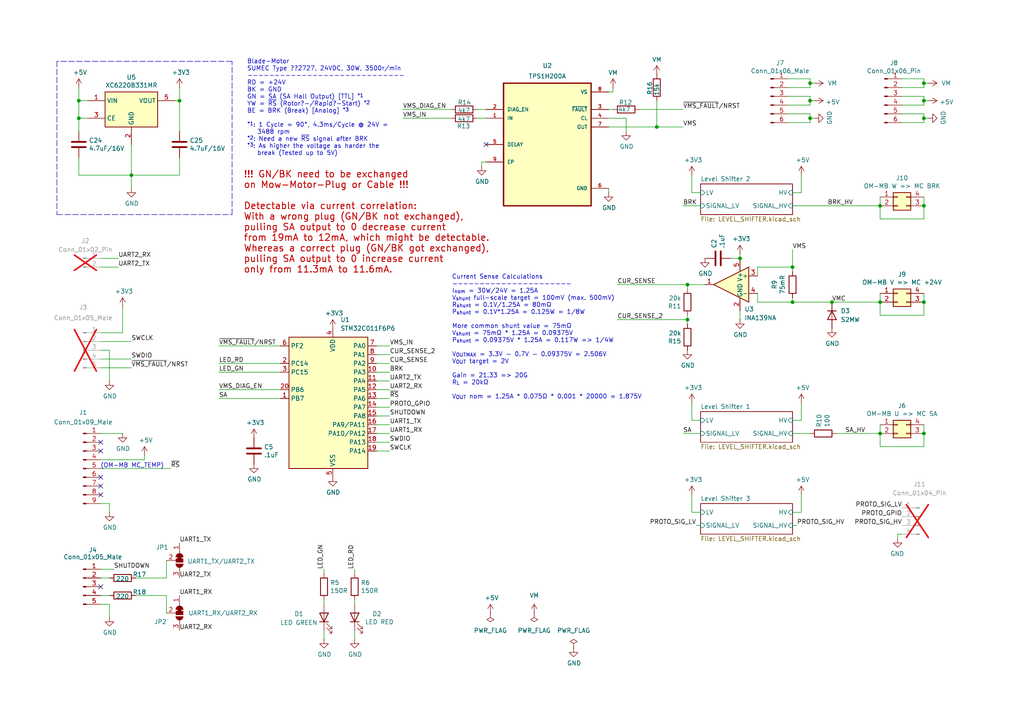
<source format=kicad_sch>
(kicad_sch (version 20231120) (generator "eeschema") (generator_version "8.0")
  (paper "A4")
  (title_block (title "xESC YardForce Rev.4 Adapter") (date "2024-06-01") (rev "1.0") (company "Clemens Elflein, openmower.de") (comment 1 "Creative Commons Attribution-NonCommercial-ShareAlike 4.0 International License.") (comment 2 "Licensed under "))
  (lib_symbols
    (symbol "Amplifier_Current:INA139" (pin_names (offset 0.127))
      (property "Reference" "U" (at 3.81 5.08 0))
      (property "Value" "INA139" (at 3.81 2.54 0))
      (symbol "INA139_1_1"
        (pin output line (at 7.62 0 180) (length 2.54) (name "~") (number "1"))
        (pin power_in line (at -2.54 -7.62 90) (length 3.81) (name "GND") (number "2"))
        (pin input line (at -7.62 2.54 0) (length 2.54) (name "+") (number "3"))
        (pin input line (at -7.62 -2.54 0) (length 2.54) (name "-") (number "4"))
        (pin power_in line (at -2.54 7.62 270) (length 3.81) (name "V+") (number "5"))
      )
    )
    (symbol "Connector:Conn_01x02_Pin" (pin_names (offset 1.016) hide)
      (property "Reference" "J" (at 0 2.54 0))
      (property "Value" "Conn_01x02_Pin" (at 0 -5.08 0))
      (symbol "Conn_01x02_Pin_1_1"
        (pin passive line (at 5.08 0 180) (length 3.81) (name "Pin_1") (number "1"))
        (pin passive line (at 5.08 -2.54 180) (length 3.81) (name "Pin_2") (number "2"))
      )
    )
    (symbol "Connector:Conn_01x04_Pin" (pin_names (offset 1.016) hide)
      (property "Reference" "J" (at 0 5.08 0))
      (property "Value" "Conn_01x04_Pin" (at 0 -7.62 0))
      (symbol "Conn_01x04_Pin_1_1"
        (pin passive line (at 5.08 2.54 180) (length 3.81) (name "Pin_1") (number "1"))
        (pin passive line (at 5.08 0 180) (length 3.81) (name "Pin_2") (number "2"))
        (pin passive line (at 5.08 -2.54 180) (length 3.81) (name "Pin_3") (number "3"))
        (pin passive line (at 5.08 -5.08 180) (length 3.81) (name "Pin_4") (number "4"))
      )
    )
    (symbol "Connector:Conn_01x05_Pin" (pin_names (offset 1.016) hide)
      (property "Reference" "J" (at 0 7.62 0))
      (property "Value" "Conn_01x05_Pin" (at 0 -7.62 0))
      (symbol "Conn_01x05_Pin_1_1"
        (pin passive line (at 5.08 5.08 180) (length 3.81) (name "Pin_1") (number "1"))
        (pin passive line (at 5.08 2.54 180) (length 3.81) (name "Pin_2") (number "2"))
        (pin passive line (at 5.08 0 180) (length 3.81) (name "Pin_3") (number "3"))
        (pin passive line (at 5.08 -2.54 180) (length 3.81) (name "Pin_4") (number "4"))
        (pin passive line (at 5.08 -5.08 180) (length 3.81) (name "Pin_5") (number "5"))
      )
    )
    (symbol "Connector:Conn_01x06_Pin" (pin_names (offset 1.016) hide)
      (property "Reference" "J" (at 0 7.62 0))
      (property "Value" "Conn_01x06_Pin" (at 0 -10.16 0))
      (symbol "Conn_01x06_Pin_1_1"
        (pin passive line (at 5.08 5.08 180) (length 3.81) (name "Pin_1") (number "1"))
        (pin passive line (at 5.08 2.54 180) (length 3.81) (name "Pin_2") (number "2"))
        (pin passive line (at 5.08 0 180) (length 3.81) (name "Pin_3") (number "3"))
        (pin passive line (at 5.08 -2.54 180) (length 3.81) (name "Pin_4") (number "4"))
        (pin passive line (at 5.08 -5.08 180) (length 3.81) (name "Pin_5") (number "5"))
        (pin passive line (at 5.08 -7.62 180) (length 3.81) (name "Pin_6") (number "6"))
      )
    )
    (symbol "Connector:Conn_01x09_Pin" (pin_names (offset 1.016) hide)
      (property "Reference" "J" (at 0 12.7 0))
      (property "Value" "Conn_01x09_Pin" (at 0 -12.7 0))
      (symbol "Conn_01x09_Pin_1_1"
        (pin passive line (at 5.08 10.16 180) (length 3.81) (name "Pin_1") (number "1"))
        (pin passive line (at 5.08 7.62 180) (length 3.81) (name "Pin_2") (number "2"))
        (pin passive line (at 5.08 5.08 180) (length 3.81) (name "Pin_3") (number "3"))
        (pin passive line (at 5.08 2.54 180) (length 3.81) (name "Pin_4") (number "4"))
        (pin passive line (at 5.08 0 180) (length 3.81) (name "Pin_5") (number "5"))
        (pin passive line (at 5.08 -2.54 180) (length 3.81) (name "Pin_6") (number "6"))
        (pin passive line (at 5.08 -5.08 180) (length 3.81) (name "Pin_7") (number "7"))
        (pin passive line (at 5.08 -7.62 180) (length 3.81) (name "Pin_8") (number "8"))
        (pin passive line (at 5.08 -10.16 180) (length 3.81) (name "Pin_9") (number "9"))
      )
    )
    (symbol "Connector_Generic:Conn_02x02_Counter_Clockwise" (pin_names (offset 1.016) hide)
      (property "Reference" "J" (at 1.27 2.54 0))
      (property "Value" "Conn_02x02_Counter_Clockwise" (at 1.27 -5.08 0))
      (symbol "Conn_02x02_Counter_Clockwise_1_1"
        (pin passive line (at -5.08 0 0) (length 3.81) (name "Pin_1") (number "1"))
        (pin passive line (at -5.08 -2.54 0) (length 3.81) (name "Pin_2") (number "2"))
        (pin passive line (at 7.62 -2.54 180) (length 3.81) (name "Pin_3") (number "3"))
        (pin passive line (at 7.62 0 180) (length 3.81) (name "Pin_4") (number "4"))
      )
    )
    (symbol "Device:C" (pin_numbers hide) (pin_names (offset 0.254))
      (property "Reference" "C" (at 0.635 2.54 0))
      (property "Value" "C" (at 0.635 -2.54 0))
      (symbol "C_1_1"
        (pin passive line (at 0 3.81 270) (length 2.794) (name "~") (number "1"))
        (pin passive line (at 0 -3.81 90) (length 2.794) (name "~") (number "2"))
      )
    )
    (symbol "Device:D" (pin_numbers hide) (pin_names (offset 1.016) hide)
      (property "Reference" "D" (at 0 2.54 0))
      (property "Value" "D" (at 0 -2.54 0))
      (symbol "D_1_1"
        (pin passive line (at -3.81 0 0) (length 2.54) (name "K") (number "1"))
        (pin passive line (at 3.81 0 180) (length 2.54) (name "A") (number "2"))
      )
    )
    (symbol "Device:LED" (pin_numbers hide) (pin_names (offset 1.016) hide)
      (property "Reference" "D" (at 0 2.54 0))
      (property "Value" "LED" (at 0 -2.54 0))
      (symbol "LED_1_1"
        (pin passive line (at -3.81 0 0) (length 2.54) (name "K") (number "1"))
        (pin passive line (at 3.81 0 180) (length 2.54) (name "A") (number "2"))
      )
    )
    (symbol "Device:R" (pin_numbers hide) (pin_names (offset 0))
      (property "Reference" "R" (at 2.032 0 90))
      (property "Value" "R" (at 0 0 90))
      (symbol "R_1_1"
        (pin passive line (at 0 3.81 270) (length 1.27) (name "~") (number "1"))
        (pin passive line (at 0 -3.81 90) (length 1.27) (name "~") (number "2"))
      )
    )
    (symbol "Jumper:SolderJumper_3_Bridged12" (pin_names (offset 0) hide) (exclude_from_sim yes) (in_bom no)
      (property "Reference" "JP" (at -2.54 -2.54 0))
      (property "Value" "SolderJumper_3_Bridged12" (at 0 2.794 0))
      (symbol "SolderJumper_3_Bridged12_1_1"
        (pin passive line (at -5.08 0 0) (length 2.54) (name "A") (number "1"))
        (pin passive line (at 0 -3.81 90) (length 2.54) (name "C") (number "2"))
        (pin passive line (at 5.08 0 180) (length 2.54) (name "B") (number "3"))
      )
    )
    (symbol "MCU_ST_STM32C0:STM32C011F6Px"
      (property "Reference" "U" (at -10.16 21.59 0))
      (property "Value" "STM32C011F6Px" (at 5.08 21.59 0))
      (symbol "STM32C011F6Px_1_1"
        (pin bidirectional line (at -12.7 2.54 0) (length 2.54) (name "PB7") (number "1"))
        (pin bidirectional line (at 15.24 10.16 180) (length 2.54) (name "PA3") (number "10"))
        (pin bidirectional line (at 15.24 7.62 180) (length 2.54) (name "PA4") (number "11"))
        (pin bidirectional line (at 15.24 5.08 180) (length 2.54) (name "PA5") (number "12"))
        (pin bidirectional line (at 15.24 2.54 180) (length 2.54) (name "PA6") (number "13"))
        (pin bidirectional line (at 15.24 0 180) (length 2.54) (name "PA7") (number "14"))
        (pin bidirectional line (at 15.24 -2.54 180) (length 2.54) (name "PA8") (number "15"))
        (pin bidirectional line (at 15.24 -5.08 180) (length 2.54) (name "PA9/PA11") (number "16"))
        (pin bidirectional line (at 15.24 -7.62 180) (length 2.54) (name "PA10/PA12") (number "17"))
        (pin bidirectional line (at 15.24 -10.16 180) (length 2.54) (name "PA13") (number "18"))
        (pin bidirectional line (at 15.24 -12.7 180) (length 2.54) (name "PA14") (number "19"))
        (pin bidirectional line (at -12.7 12.7 0) (length 2.54) (name "PC14") (number "2"))
        (pin bidirectional line (at -12.7 5.08 0) (length 2.54) (name "PB6") (number "20"))
        (pin bidirectional line (at -12.7 10.16 0) (length 2.54) (name "PC15") (number "3"))
        (pin power_in line (at 2.54 22.86 270) (length 2.54) (name "VDD") (number "4"))
        (pin power_in line (at 2.54 -20.32 90) (length 2.54) (name "VSS") (number "5"))
        (pin bidirectional line (at -12.7 17.78 0) (length 2.54) (name "PF2") (number "6"))
        (pin bidirectional line (at 15.24 17.78 180) (length 2.54) (name "PA0") (number "7"))
        (pin bidirectional line (at 15.24 15.24 180) (length 2.54) (name "PA1") (number "8"))
        (pin bidirectional line (at 15.24 12.7 180) (length 2.54) (name "PA2") (number "9"))
      )
    )
    (symbol "Regulator_Linear:XC6220B331MR"
      (property "Reference" "U" (at 0 8.89 0))
      (property "Value" "XC6220B331MR" (at 0 6.35 0))
      (symbol "XC6220B331MR_1_1"
        (pin power_in line (at -12.7 2.54 0) (length 5.08) (name "VIN") (number "1"))
        (pin power_in line (at 0 -10.16 90) (length 5.08) (name "GND") (number "2"))
        (pin input line (at -12.7 -2.54 0) (length 5.08) (name "CE") (number "3"))
        (pin no_connect line (at 7.62 -2.54 180) (length 5.08) hide (name "NC") (number "4"))
        (pin power_out line (at 12.7 2.54 180) (length 5.08) (name "VOUT") (number "5"))
      )
    )
    (symbol "TPS1H200AQDGNRQ1:TPS1H200AQDGNRQ1" (pin_names (offset 1.016))
      (property "Reference" "U2" (at 0 22.86 0))
      (property "Value" "TPS1H200A-Q1" (at 0 19.812 0))
      (symbol "TPS1H200AQDGNRQ1_0_0"
        (pin input line (at -17.78 7.62 0) (length 5.08) (name "IN") (number "1"))
        (pin input line (at -17.78 10.16 0) (length 5.08) (name "DIAG_EN") (number "2"))
        (pin output line (at 17.78 10.16 180) (length 5.08) (name "~{FAULT}") (number "3"))
        (pin bidirectional line (at -17.78 0 0) (length 5.08) (name "DELAY") (number "5"))
        (pin power_in line (at 17.78 -12.7 180) (length 5.08) (name "GND") (number "6"))
        (pin output line (at 17.78 5.08 180) (length 5.08) (name "OUT") (number "7"))
        (pin power_in line (at 17.78 15.24 180) (length 5.08) (name "VS") (number "8"))
      )
      (symbol "TPS1H200AQDGNRQ1_1_0"
        (pin power_in line (at 17.78 7.62 180) (length 5.08) (name "CL") (number "4"))
        (pin power_in line (at -17.78 -5.08 0) (length 5.08) (name "EP") (number "9"))
      )
    )
    (symbol "power:+3.3V" (power) (pin_numbers hide) (pin_names (offset 0) hide)
      (property "Value" "+3.3V" (at 0 3.556 0))
      (symbol "+3.3V_1_1"
        (pin power_in line (at 0 0 90) (length 0) (name "~") (number "1"))
      )
    )
    (symbol "power:+5V" (power) (pin_numbers hide) (pin_names (offset 0) hide)
      (property "Value" "+5V" (at 0 3.556 0))
      (symbol "+5V_1_1"
        (pin power_in line (at 0 0 90) (length 0) (name "~") (number "1"))
      )
    )
    (symbol "power:+BATT" (power) (pin_numbers hide) (pin_names (offset 0) hide)
      (property "Value" "+BATT" (at 0 3.556 0))
      (symbol "+BATT_1_1"
        (pin power_in line (at 0 0 90) (length 0) (name "~") (number "1"))
      )
    )
    (symbol "power:GND" (power) (pin_numbers hide) (pin_names (offset 0) hide)
      (property "Value" "GND" (at 0 -3.81 0))
      (symbol "GND_1_1"
        (pin power_in line (at 0 0 270) (length 0) (name "~") (number "1"))
      )
    )
    (symbol "power:PWR_FLAG" (power) (pin_numbers hide) (pin_names (offset 0) hide)
      (property "Value" "PWR_FLAG" (at 0 3.81 0))
      (symbol "PWR_FLAG_0_0"
        (pin power_out line (at 0 0 90) (length 0) (name "~") (number "1"))
      )
    )
  )
  (junction (at 234.95 34.29))
  (junction (at 267.97 29.21))
  (junction (at 229.87 77.47))
  (junction (at 267.97 24.13))
  (junction (at 255.27 87.63))
  (junction (at 229.87 87.63))
  (junction (at 267.97 87.63))
  (junction (at 267.97 59.69))
  (junction (at 234.95 29.21))
  (junction (at 190.5 36.83))
  (junction (at 199.39 82.55))
  (junction (at 234.95 24.13))
  (junction (at 22.86 34.29))
  (junction (at 199.39 92.71))
  (junction (at 255.27 59.69))
  (junction (at 267.97 34.29))
  (junction (at 52.07 29.21))
  (junction (at 241.3 87.63))
  (junction (at 255.27 125.73))
  (junction (at 38.1 50.8))
  (junction (at 267.97 125.73))
  (junction (at 22.86 29.21))
  (junction (at 214.63 74.93))
  (no_connect (at 140.97 41.91))
  (no_connect (at 29.21 138.43))
  (no_connect (at 29.21 140.97))
  (no_connect (at 29.21 130.81))
  (no_connect (at 29.21 128.27))
  (no_connect (at 29.21 170.18))
  (no_connect (at 29.21 143.51))
  (wire (pts (xy 35.56 125.73) (xy 29.21 125.73)))
  (wire (pts (xy 232.41 121.92) (xy 229.87 121.92)))
  (wire (pts (xy 35.56 96.52) (xy 35.56 88.9)))
  (wire (pts (xy 261.62 35.56) (xy 267.97 35.56)))
  (wire (pts (xy 232.41 116.84) (xy 232.41 121.92)))
  (wire (pts (xy 267.97 30.48) (xy 261.62 30.48)))
  (wire (pts (xy 198.12 59.69) (xy 203.2 59.69)))
  (wire (pts (xy 31.75 167.64) (xy 29.21 167.64)))
  (wire (pts (xy 177.8 31.75) (xy 176.53 31.75)))
  (wire (pts (xy 179.07 82.55) (xy 199.39 82.55)))
  (wire (pts (xy 198.12 36.83) (xy 190.5 36.83)))
  (wire (pts (xy 38.1 50.8) (xy 22.86 50.8)))
  (wire (pts (xy 29.21 99.06) (xy 38.1 99.06)))
  (wire (pts (xy 200.66 121.92) (xy 203.2 121.92)))
  (wire (pts (xy 267.97 27.94) (xy 267.97 29.21)))
  (wire (pts (xy 50.8 29.21) (xy 52.07 29.21)))
  (wire (pts (xy 261.62 27.94) (xy 267.97 27.94)))
  (wire (pts (xy 267.97 24.13) (xy 267.97 22.86)))
  (wire (pts (xy 255.27 125.73) (xy 255.27 129.54)))
  (wire (pts (xy 267.97 87.63) (xy 267.97 91.44)))
  (wire (pts (xy 234.95 29.21) (xy 236.22 29.21)))
  (wire (pts (xy 261.62 25.4) (xy 267.97 25.4)))
  (wire (pts (xy 63.5 107.95) (xy 81.28 107.95)))
  (wire (pts (xy 190.5 29.21) (xy 190.5 36.83)))
  (wire (pts (xy 199.39 91.44) (xy 199.39 92.71)))
  (wire (pts (xy 48.26 162.56) (xy 48.26 167.64)))
  (wire (pts (xy 219.71 77.47) (xy 229.87 77.47)))
  (wire (pts (xy 229.87 86.36) (xy 229.87 87.63)))
  (wire (pts (xy 267.97 35.56) (xy 267.97 34.29)))
  (wire (pts (xy 63.5 100.33) (xy 81.28 100.33)))
  (wire (pts (xy 113.03 125.73) (xy 109.22 125.73)))
  (wire (pts (xy 234.95 27.94) (xy 234.95 29.21)))
  (wire (pts (xy 267.97 29.21) (xy 269.24 29.21)))
  (wire (pts (xy 228.6 25.4) (xy 234.95 25.4)))
  (wire (pts (xy 22.86 29.21) (xy 25.4 29.21)))
  (wire (pts (xy 93.98 175.26) (xy 93.98 173.99)))
  (wire (pts (xy 199.39 92.71) (xy 199.39 93.98)))
  (wire (pts (xy 22.86 38.1) (xy 22.86 34.29)))
  (wire (pts (xy 31.75 146.05) (xy 31.75 148.59)))
  (wire (pts (xy 267.97 57.15) (xy 267.97 59.69)))
  (wire (pts (xy 229.87 87.63) (xy 241.3 87.63)))
  (wire (pts (xy 267.97 34.29) (xy 267.97 33.02)))
  (wire (pts (xy 93.98 166.37) (xy 93.98 165.1)))
  (wire (pts (xy 228.6 35.56) (xy 234.95 35.56)))
  (wire (pts (xy 234.95 22.86) (xy 228.6 22.86)))
  (wire (pts (xy 113.03 105.41) (xy 109.22 105.41)))
  (wire (pts (xy 234.95 24.13) (xy 236.22 24.13)))
  (wire (pts (xy 234.95 34.29) (xy 234.95 33.02)))
  (wire (pts (xy 38.1 54.61) (xy 38.1 50.8)))
  (wire (pts (xy 63.5 113.03) (xy 81.28 113.03)))
  (wire (pts (xy 176.53 26.67) (xy 177.8 26.67)))
  (wire (pts (xy 260.35 154.94) (xy 261.62 154.94)))
  (wire (pts (xy 29.21 104.14) (xy 38.1 104.14)))
  (wire (pts (xy 200.66 55.88) (xy 203.2 55.88)))
  (wire (pts (xy 190.5 36.83) (xy 176.53 36.83)))
  (wire (pts (xy 34.29 74.93) (xy 29.21 74.93)))
  (polyline (pts (xy 67.31 17.78) (xy 16.51 17.78)) (stroke (width 0) (type dash)))
  (wire (pts (xy 267.97 85.09) (xy 267.97 87.63)))
  (wire (pts (xy 198.12 31.75) (xy 185.42 31.75)))
  (wire (pts (xy 177.8 26.67) (xy 177.8 25.4)))
  (wire (pts (xy 29.21 146.05) (xy 31.75 146.05)))
  (wire (pts (xy 38.1 50.8) (xy 52.07 50.8)))
  (wire (pts (xy 255.27 91.44) (xy 267.97 91.44)))
  (wire (pts (xy 267.97 34.29) (xy 269.24 34.29)))
  (wire (pts (xy 267.97 123.19) (xy 267.97 125.73)))
  (wire (pts (xy 229.87 59.69) (xy 255.27 59.69)))
  (wire (pts (xy 255.27 129.54) (xy 267.97 129.54)))
  (wire (pts (xy 255.27 85.09) (xy 255.27 87.63)))
  (wire (pts (xy 113.03 118.11) (xy 109.22 118.11)))
  (wire (pts (xy 102.87 166.37) (xy 102.87 165.1)))
  (wire (pts (xy 31.75 172.72) (xy 29.21 172.72)))
  (wire (pts (xy 267.97 22.86) (xy 261.62 22.86)))
  (wire (pts (xy 200.66 50.8) (xy 200.66 55.88)))
  (wire (pts (xy 232.41 143.51) (xy 232.41 148.59)))
  (wire (pts (xy 31.75 101.6) (xy 31.75 110.49)))
  (wire (pts (xy 140.97 46.99) (xy 139.7 46.99)))
  (wire (pts (xy 267.97 29.21) (xy 267.97 30.48)))
  (wire (pts (xy 34.29 77.47) (xy 29.21 77.47)))
  (wire (pts (xy 138.43 31.75) (xy 140.97 31.75)))
  (wire (pts (xy 139.7 46.99) (xy 139.7 48.26)))
  (wire (pts (xy 63.5 105.41) (xy 81.28 105.41)))
  (wire (pts (xy 201.93 152.4) (xy 203.2 152.4)))
  (wire (pts (xy 22.86 50.8) (xy 22.86 45.72)))
  (wire (pts (xy 234.95 34.29) (xy 236.22 34.29)))
  (wire (pts (xy 179.07 92.71) (xy 199.39 92.71)))
  (wire (pts (xy 214.63 92.71) (xy 214.63 90.17)))
  (wire (pts (xy 267.97 59.69) (xy 267.97 63.5)))
  (wire (pts (xy 255.27 91.44) (xy 255.27 87.63)))
  (wire (pts (xy 93.98 182.88) (xy 93.98 185.42)))
  (wire (pts (xy 212.09 74.93) (xy 214.63 74.93)))
  (wire (pts (xy 200.66 116.84) (xy 200.66 121.92)))
  (wire (pts (xy 29.21 133.35) (xy 41.91 133.35)))
  (wire (pts (xy 113.03 123.19) (xy 109.22 123.19)))
  (wire (pts (xy 22.86 34.29) (xy 25.4 34.29)))
  (wire (pts (xy 229.87 125.73) (xy 234.95 125.73)))
  (wire (pts (xy 234.95 25.4) (xy 234.95 24.13)))
  (wire (pts (xy 176.53 34.29) (xy 181.61 34.29)))
  (polyline (pts (xy 67.31 62.23) (xy 67.31 17.78)) (stroke (width 0) (type dash)))
  (wire (pts (xy 113.03 128.27) (xy 109.22 128.27)))
  (wire (pts (xy 255.27 57.15) (xy 255.27 59.69)))
  (wire (pts (xy 229.87 152.4) (xy 231.14 152.4)))
  (wire (pts (xy 109.22 102.87) (xy 113.03 102.87)))
  (polyline (pts (xy 16.51 62.23) (xy 67.31 62.23)) (stroke (width 0) (type dash)))
  (wire (pts (xy 39.37 172.72) (xy 48.26 172.72)))
  (wire (pts (xy 22.86 25.4) (xy 22.86 29.21)))
  (wire (pts (xy 267.97 24.13) (xy 269.24 24.13)))
  (wire (pts (xy 228.6 27.94) (xy 234.95 27.94)))
  (wire (pts (xy 52.07 38.1) (xy 52.07 29.21)))
  (wire (pts (xy 199.39 83.82) (xy 199.39 82.55)))
  (wire (pts (xy 200.66 148.59) (xy 203.2 148.59)))
  (wire (pts (xy 138.43 34.29) (xy 140.97 34.29)))
  (wire (pts (xy 255.27 63.5) (xy 255.27 59.69)))
  (wire (pts (xy 232.41 55.88) (xy 229.87 55.88)))
  (wire (pts (xy 200.66 143.51) (xy 200.66 148.59)))
  (wire (pts (xy 38.1 41.91) (xy 38.1 50.8)))
  (wire (pts (xy 198.12 125.73) (xy 203.2 125.73)))
  (wire (pts (xy 260.35 156.21) (xy 260.35 154.94)))
  (wire (pts (xy 232.41 50.8) (xy 232.41 55.88)))
  (wire (pts (xy 219.71 80.01) (xy 219.71 77.47)))
  (wire (pts (xy 29.21 135.89) (xy 49.53 135.89)))
  (wire (pts (xy 31.75 175.26) (xy 31.75 179.07)))
  (wire (pts (xy 29.21 106.68) (xy 38.1 106.68)))
  (wire (pts (xy 33.02 165.1) (xy 29.21 165.1)))
  (wire (pts (xy 113.03 113.03) (xy 109.22 113.03)))
  (wire (pts (xy 102.87 182.88) (xy 102.87 185.42)))
  (wire (pts (xy 113.03 130.81) (xy 109.22 130.81)))
  (wire (pts (xy 267.97 33.02) (xy 261.62 33.02)))
  (wire (pts (xy 48.26 167.64) (xy 39.37 167.64)))
  (wire (pts (xy 199.39 82.55) (xy 204.47 82.55)))
  (wire (pts (xy 229.87 72.39) (xy 229.87 77.47)))
  (wire (pts (xy 29.21 101.6) (xy 31.75 101.6)))
  (wire (pts (xy 234.95 29.21) (xy 234.95 30.48)))
  (wire (pts (xy 113.03 100.33) (xy 109.22 100.33)))
  (wire (pts (xy 241.3 87.63) (xy 255.27 87.63)))
  (wire (pts (xy 232.41 148.59) (xy 229.87 148.59)))
  (wire (pts (xy 234.95 35.56) (xy 234.95 34.29)))
  (wire (pts (xy 219.71 87.63) (xy 229.87 87.63)))
  (wire (pts (xy 113.03 107.95) (xy 109.22 107.95)))
  (wire (pts (xy 267.97 125.73) (xy 267.97 129.54)))
  (wire (pts (xy 22.86 34.29) (xy 22.86 29.21)))
  (wire (pts (xy 116.84 34.29) (xy 130.81 34.29)))
  (wire (pts (xy 242.57 125.73) (xy 255.27 125.73)))
  (wire (pts (xy 255.27 123.19) (xy 255.27 125.73)))
  (wire (pts (xy 102.87 175.26) (xy 102.87 173.99)))
  (wire (pts (xy 29.21 96.52) (xy 35.56 96.52)))
  (wire (pts (xy 48.26 177.8) (xy 48.26 172.72)))
  (wire (pts (xy 181.61 34.29) (xy 181.61 38.1)))
  (wire (pts (xy 234.95 24.13) (xy 234.95 22.86)))
  (wire (pts (xy 116.84 31.75) (xy 130.81 31.75)))
  (wire (pts (xy 234.95 30.48) (xy 228.6 30.48)))
  (wire (pts (xy 176.53 55.88) (xy 176.53 54.61)))
  (wire (pts (xy 267.97 63.5) (xy 255.27 63.5)))
  (wire (pts (xy 234.95 33.02) (xy 228.6 33.02)))
  (wire (pts (xy 219.71 85.09) (xy 219.71 87.63)))
  (wire (pts (xy 214.63 73.66) (xy 214.63 74.93)))
  (wire (pts (xy 113.03 120.65) (xy 109.22 120.65)))
  (wire (pts (xy 29.21 175.26) (xy 31.75 175.26)))
  (wire (pts (xy 52.07 29.21) (xy 52.07 25.4)))
  (wire (pts (xy 113.03 110.49) (xy 109.22 110.49)))
  (wire (pts (xy 41.91 132.08) (xy 41.91 133.35)))
  (polyline (pts (xy 16.51 17.78) (xy 16.51 62.23)) (stroke (width 0) (type dash)))
  (wire (pts (xy 113.03 115.57) (xy 109.22 115.57)))
  (wire (pts (xy 63.5 115.57) (xy 81.28 115.57)))
  (wire (pts (xy 52.07 50.8) (xy 52.07 45.72)))
  (wire (pts (xy 267.97 25.4) (xy 267.97 24.13)))
  (wire (pts (xy 229.87 77.47) (xy 229.87 78.74)))
  (text "(OM-MB MC_TEMP)" (at 38.354 135.128 0) (effects (font (size 1.27 1.27))))
  (text "Blade-Motor\nSUMEC Type ??2727, 24VDC, 30W, 3500r/min\n-----------------------------\nRD = +24V\nBK = GND\nGN = SA (SA Hall Output) [TTL] ^{*1}\nYW = ~{RS} (Rotor?-/Rapid?-Start) ^{*2}\nBE = BRK (Break) [Analog] ^{*3}\n\n^{*1}: 1 Cycle = 90°, 4.3ms/Cycle @ 24V =\n   3488 rpm\n^{*2}: Need a new ~{RS} signal after BRK\n^{*3}: As higher the voltage as harder the\n   break (Tested up to 5V)" (at 71.628 31.242 0) (effects (font (size 1.27 1.27)) (justify left)))
  (text "!!! GN/BK need to be exchanged \non Mow-Motor-Plug or Cable !!!\n\nDetectable via current correlation:\nWith a wrong plug (GN/BK not exchanged),\npulling SA output to 0 decrease current\nfrom 19mA to 12mA, which might be detectable.\nWhereas a correct plug (GN/BK got exchanged),\npulling SA output to 0 increase current\nonly from 11.3mA to 11.6mA.\n\n" (at 70.612 66.04 0) (effects (font (size 1.905 1.905) (thickness 0.254) (bold yes)) (justify left)))
  (text "Current Sense Calculations\n----------------------\nI_{nom} = 30W/24V = 1.25A\nV_{shunt} full-scale target = 100mV (max. 500mV)\nR_{shunt} = 0.1V/1.25A = 80mΩ\nP_{shunt} = 0.1V*1.25A = 0.125W = 1/8W\n\nMore common shunt value = 75mΩ\nV_{shunt} = 75mΩ * 1.25A = 0.09375V\nP_{shunt} = 0.09375V * 1.25A = 0.117W => 1/4W\n\nV_{OUTMAX} = 3.3V - 0.7V - 0.09375V = 2.506V\nV_{OUT} target = 2V\n\nGain = 21.33 => 20G\nR_{L} = 20kΩ\n\nV_{OUT} nom = 1.25A * 0.075Ω * 0.001 * 20000 = 1.875V\n" (at 131.064 97.79 0) (effects (font (size 1.27 1.27)) (justify left)))
  (label "CUR_SENSE" (at 179.07 82.55 0))
  (label "CUR_SENSE_2" (at 179.07 92.71 0))
  (label "PROTO_SIG_LV" (at 201.93 152.4 180))
  (label "LED_GN" (at 63.5 107.95 0))
  (label "LED_RD" (at 102.87 165.1 90))
  (label "SA_HV" (at 245.11 125.73 0))
  (label "UART2_RX" (at 52.07 182.88 0))
  (label "UART2_TX" (at 34.29 77.47 0))
  (label "BRK" (at 198.12 59.69 0))
  (label "LED_GN" (at 93.98 165.1 90))
  (label "SWDIO" (at 113.03 128.27 0))
  (label "VMS" (at 229.87 72.39 0))
  (label "SWCLK" (at 113.03 130.81 0))
  (label "UART2_RX" (at 34.29 74.93 0))
  (label "UART2_TX" (at 113.03 110.49 0))
  (label "VMS_DIAG_EN" (at 116.84 31.75 0))
  (label "LED_RD" (at 63.5 105.41 0))
  (label "UART1_TX" (at 113.03 123.19 0))
  (label "SWDIO" (at 38.1 104.14 0))
  (label "UART1_RX" (at 52.07 172.72 0))
  (label "VMC" (at 241.3 87.63 0))
  (label "BRK_HV" (at 240.03 59.69 0))
  (label "~{VMS_FAULT}{slash}NRST" (at 63.5 100.33 0))
  (label "SA" (at 198.12 125.73 0))
  (label "SA" (at 63.5 115.57 0))
  (label "UART1_RX" (at 113.03 125.73 0))
  (label "VMS_IN" (at 113.03 100.33 0))
  (label "SHUTDOWN" (at 113.03 120.65 0))
  (label "UART1_TX" (at 52.07 157.48 0))
  (label "UART2_RX" (at 113.03 113.03 0))
  (label "PROTO_SIG_HV" (at 231.14 152.4 0))
  (label "~{RS}" (at 49.53 135.89 0))
  (label "VMS_IN" (at 116.84 34.29 0))
  (label "UART2_TX" (at 52.07 167.64 0))
  (label "PROTO_SIG_LV" (at 261.62 147.32 180))
  (label "SWCLK" (at 38.1 99.06 0))
  (label "~{VMS_FAULT}{slash}NRST" (at 198.12 31.75 0))
  (label "~{RS}" (at 113.03 115.57 0))
  (label "BRK" (at 113.03 107.95 0))
  (label "PROTO_SIG_HV" (at 261.62 152.4 180))
  (label "PROTO_GPIO" (at 113.03 118.11 0))
  (label "VMS" (at 198.12 36.83 0))
  (label "CUR_SENSE_2" (at 113.03 102.87 0))
  (label "VMS_DIAG_EN" (at 63.5 113.03 0))
  (label "CUR_SENSE" (at 113.03 105.41 0))
  (label "SHUTDOWN" (at 33.02 165.1 0))
  (label "PROTO_GPIO" (at 261.62 149.86 180))
  (label "~{VMS_FAULT}{slash}NRST" (at 38.1 106.68 0))
  (symbol (lib_id "power:+5V") (at 41.91 132.08 0) (unit 1)
    (property "Reference" "#PWR02" (effects (hide yes)))
    (property "Value" "+5V" (at 42.291 127.6858 0))
    (property "Description" "Power symbol creates a global label with name \"+5V\"" (effects (hide yes)))
  )
  (symbol (lib_id "power:GND") (at 31.75 148.59 0) (unit 1)
    (property "Reference" "#PWR03" (effects (hide yes)))
    (property "Value" "GND" (at 31.877 152.9842 0))
    (property "Description" "Power symbol creates a global label with name \"GND\" , ground" (effects (hide yes)))
  )
  (symbol (lib_id "Connector:Conn_01x05_Pin") (at 24.13 101.6 0) (unit 1) (in_bom no) (dnp yes)
    (property "Reference" "J3" (at 24.13 89.154 0))
    (property "Value" "Conn_01x05_Male" (at 24.13 92.202 0))
    (property "Footprint" "Connector_PinHeader_2.54mm:PinHeader_1x05_P2.54mm_Vertical" (effects (hide yes)))
    (property "Description" "Generic connector, single row, 01x05, script generated" (effects (hide yes)))
    (property "LCSC" "C2935911" (effects (hide yes)))
    (property "Part Number" "DZ254R-11-05-63" (effects (hide yes)))
    (property "Stock_PN" "J-TH-1x5-.1" (effects (hide yes)))
  )
  (symbol (lib_id "power:+3.3V") (at 35.56 88.9 0) (unit 1)
    (property "Reference" "#PWR07" (effects (hide yes)))
    (property "Value" "+3V3" (at 35.941 84.5058 0))
    (property "Description" "Power symbol creates a global label with name \"+3.3V\"" (effects (hide yes)))
  )
  (symbol (lib_id "power:GND") (at 31.75 110.49 0) (unit 1)
    (property "Reference" "#PWR08" (effects (hide yes)))
    (property "Value" "GND" (at 31.877 114.8842 0))
    (property "Description" "Power symbol creates a global label with name \"GND\" , ground" (effects (hide yes)))
  )
  (symbol (lib_id "Connector:Conn_01x05_Pin") (at 24.13 170.18 0) (unit 1)
    (property "Reference" "J4" (at 26.924 159.512 0))
    (property "Value" "Conn_01x05_Male" (at 26.924 161.544 0))
    (property "Footprint" "Connector_PinHeader_2.54mm:PinHeader_1x05_P2.54mm_Vertical" (effects (hide yes)))
    (property "Description" "Generic connector, single row, 01x05, script generated" (effects (hide yes)))
    (property "LCSC" "C2935911" (effects (hide yes)))
    (property "Part Number" "DZ254R-11-05-63" (effects (hide yes)))
    (property "Stock_PN" "J-TH-1x5-.1" (effects (hide yes)))
  )
  (symbol (lib_id "power:GND") (at 31.75 179.07 0) (unit 1)
    (property "Reference" "#PWR09" (effects (hide yes)))
    (property "Value" "GND" (at 31.877 183.4642 0))
    (property "Description" "Power symbol creates a global label with name \"GND\" , ground" (effects (hide yes)))
  )
  (symbol (lib_id "Device:R") (at 93.98 170.18 0) (unit 1)
    (property "Reference" "R5" (at 95.758 169.0116 0) (effects (justify left)))
    (property "Value" "150R" (at 95.758 171.323 0) (effects (justify left)))
    (property "Footprint" "Resistor_SMD:R_0603_1608Metric" (effects (hide yes)))
    (property "Description" "Resistor" (effects (hide yes)))
    (property "Digikey" "311-150HRCT-ND" (effects (hide yes)))
    (property "Part Number" "RC0603FR-07150RL" (effects (hide yes)))
    (property "Stock_PN" "R-603-150-.1W-1%" (effects (hide yes)))
  )
  (symbol (lib_id "Device:LED") (at 93.98 179.07 90) (unit 1)
    (property "Reference" "D1" (at 85.344 178.054 90) (effects (justify right)))
    (property "Value" "LED GREEN" (at 81.28 180.594 90) (effects (justify right)))
    (property "Footprint" "LED_SMD:LED_0603_1608Metric" (effects (hide yes)))
    (property "Description" "Light emitting diode" (effects (hide yes)))
    (property "Stock_PN" "LED-603-GREEN" (effects (hide yes)))
    (property "Digikey" "160-1446-1-ND" (effects (hide yes)))
    (property "Part Number" "LTST-C191KGKT" (effects (hide yes)))
    (property "JLCPCB" "KT-0603G" (effects (hide yes)))
  )
  (symbol (lib_id "Device:R") (at 102.87 170.18 0) (unit 1)
    (property "Reference" "R6" (at 104.648 169.0116 0) (effects (justify left)))
    (property "Value" "150R" (at 104.648 171.323 0) (effects (justify left)))
    (property "Footprint" "Resistor_SMD:R_0603_1608Metric" (effects (hide yes)))
    (property "Description" "Resistor" (effects (hide yes)))
    (property "Digikey" "311-150HRCT-ND" (effects (hide yes)))
    (property "Part Number" "RC0603FR-07150RL" (effects (hide yes)))
    (property "Stock_PN" "R-603-150-.1W-1%" (effects (hide yes)))
  )
  (symbol (lib_id "Device:LED") (at 102.87 179.07 90) (unit 1)
    (property "Reference" "D2" (at 107.95 178.054 90) (effects (justify right)))
    (property "Value" "LED RED" (at 105.8672 180.3908 90) (effects (justify right)))
    (property "Footprint" "LED_SMD:LED_0603_1608Metric" (effects (hide yes)))
    (property "Description" "Light emitting diode" (effects (hide yes)))
    (property "Stock_PN" "LED-603-RED" (effects (hide yes)))
    (property "Digikey" "160-1447-1-ND" (effects (hide yes)))
    (property "Part Number" "LTST-C191KRKT" (effects (hide yes)))
    (property "JLCPCB" "KT-0603R" (effects (hide yes)))
  )
  (symbol (lib_id "power:GND") (at 93.98 185.42 0) (unit 1)
    (property "Reference" "#PWR013" (effects (hide yes)))
    (property "Value" "GND" (at 94.107 189.8142 0))
    (property "Description" "Power symbol creates a global label with name \"GND\" , ground" (effects (hide yes)))
  )
  (symbol (lib_id "power:+BATT") (at 177.8 25.4 0) (unit 1)
    (property "Reference" "#PWR037" (effects (hide yes)))
    (property "Value" "VM" (at 177.8 21.082 0))
    (property "Description" "Power symbol creates a global label with name \"+BATT\"" (effects (hide yes)))
  )
  (symbol (lib_id "power:GND") (at 38.1 54.61 0) (unit 1)
    (property "Reference" "#PWR015" (effects (hide yes)))
    (property "Value" "GND" (at 38.227 59.0042 0))
    (property "Description" "Power symbol creates a global label with name \"GND\" , ground" (effects (hide yes)))
  )
  (symbol (lib_id "power:GND") (at 166.37 187.96 0) (unit 1)
    (property "Reference" "#PWR031" (effects (hide yes)))
    (property "Value" "GND" (at 166.497 192.3542 0))
    (property "Description" "Power symbol creates a global label with name \"GND\" , ground" (effects (hide yes)))
  )
  (symbol (lib_id "power:GND") (at 214.63 92.71 0) (unit 1)
    (property "Reference" "#PWR028" (effects (hide yes)))
    (property "Value" "GND" (at 214.757 97.1042 0))
    (property "Description" "Power symbol creates a global label with name \"GND\" , ground" (effects (hide yes)))
  )
  (symbol (lib_id "Connector:Conn_01x06_Pin") (at 256.54 27.94 0) (unit 1)
    (property "Reference" "J8" (at 259.2832 18.2626 0))
    (property "Value" "Conn_01x06_Pin" (at 259.2832 20.574 0))
    (property "Footprint" "Connector_PinHeader_2.54mm:PinHeader_1x06_P2.54mm_Vertical" (effects (hide yes)))
    (property "Description" "Generic connector, single row, 01x06, script generated" (effects (hide yes)))
    (property "LCSC" "C2935912" (effects (hide yes)))
    (property "Part Number" "DZ254R-11-06-63" (effects (hide yes)))
    (property "Stock_PN" "J-TH-1x6-.1" (effects (hide yes)))
  )
  (symbol (lib_id "power:+3.3V") (at 200.66 143.51 0) (unit 1)
    (property "Reference" "#PWR025" (effects (hide yes)))
    (property "Value" "+3V3" (at 201.041 139.1158 0))
    (property "Description" "Power symbol creates a global label with name \"+3.3V\"" (effects (hide yes)))
  )
  (symbol (lib_id "power:+3.3V") (at 73.66 127 0) (unit 1)
    (property "Reference" "#PWR05" (effects (hide yes)))
    (property "Value" "+3V3" (at 74.041 122.6058 0))
    (property "Description" "Power symbol creates a global label with name \"+3.3V\"" (effects (hide yes)))
  )
  (symbol (lib_id "Connector:Conn_01x09_Pin") (at 24.13 135.89 0) (unit 1)
    (property "Reference" "J1" (at 24.13 119.634 0))
    (property "Value" "Conn_01x09_Male" (at 24.13 122.428 0))
    (property "Footprint" "Connector_PinHeader_2.54mm:PinHeader_1x09_P2.54mm_Vertical" (effects (hide yes)))
    (property "Description" "Generic connector, single row, 01x09, script generated" (effects (hide yes)))
    (property "LCSC" "C2935915" (effects (hide yes)))
    (property "Part Number" "DZ254R-11-09-63" (effects (hide yes)))
    (property "Stock_PN" "J-TH-1x9-.1" (effects (hide yes)))
  )
  (symbol (lib_id "Device:R") (at 238.76 125.73 90) (unit 1)
    (property "Reference" "R10" (at 237.5916 123.952 0) (effects (justify left)))
    (property "Value" "100" (at 239.903 123.952 0) (effects (justify left)))
    (property "Footprint" "Resistor_SMD:R_0603_1608Metric" (effects (hide yes)))
    (property "Description" "Resistor" (effects (hide yes)))
  )
  (symbol (lib_id "Device:D") (at 241.3 91.44 270) (unit 1)
    (property "Reference" "D3" (at 243.84 90.1699 90) (effects (justify left)))
    (property "Value" "S2MW	" (at 243.84 92.7099 90) (effects (justify left)))
    (property "Footprint" "Diode_SMD:D_SOD-123F" (effects (hide yes)))
    (property "Description" "Free-Wheeling Diode, 2A" (effects (hide yes)))
    (property "Sim.Device" "D" (effects (hide yes)))
    (property "Sim.Pins" "1=K 2=A" (effects (hide yes)))
    (property "Part Number" "S2MW" (effects (hide yes)))
    (property "JLCPCB" "C2900725" (effects (hide yes)))
  )
  (symbol (lib_id "Connector_Generic:Conn_02x02_Counter_Clockwise") (at 260.35 57.15 0) (unit 1)
    (property "Reference" "J10" (at 261.62 51.6382 0))
    (property "Value" "OM-MB W => MC BRK" (at 261.62 53.9496 0))
    (property "Footprint" "Connector_PinHeader_2.54mm:PinHeader_2x02_P2.54mm_Vertical" (effects (hide yes)))
    (property "Description" "Generic connector, double row, 02x02, counter clockwise pin numbering scheme (similar to DIP package numbering), script generated (kicad-library-utils/schlib/autogen/connector/)" (effects (hide yes)))
    (property "LCSC" "C124362" (effects (hide yes)))
    (property "Part Number" "B-2100S04P-B110" (effects (hide yes)))
    (property "Stock_PN" "J-TH-2x2-.1" (effects (hide yes)))
  )
  (symbol (lib_id "Jumper:SolderJumper_3_Bridged12") (at 52.07 177.8 270) (unit 1) (exclude_from_sim yes) (in_bom no)
    (property "Reference" "JP2" (at 44.704 180.34 90) (effects (justify left)))
    (property "Value" "UART1_RX/UART2_RX" (at 54.61 177.8 90) (effects (justify left)))
    (property "Footprint" "Jumper:SolderJumper-3_P1.3mm_Bridged12_RoundedPad1.0x1.5mm_NumberLabels" (effects (hide yes)))
    (property "Description" "3-pole Solder Jumper, pins 1+2 closed/bridged" (effects (hide yes)))
  )
  (symbol (lib_id "Device:R") (at 181.61 31.75 90) (unit 1)
    (property "Reference" "R12" (at 183.388 29.718 90) (effects (justify left)))
    (property "Value" "4k7" (at 182.88 31.75 90) (effects (justify left)))
    (property "Footprint" "Resistor_SMD:R_0603_1608Metric" (effects (hide yes)))
    (property "Description" "Resistor" (effects (hide yes)))
    (property "Digikey" "311-150HRCT-ND" (effects (hide yes)))
    (property "Part Number" "RC0603FR-07150RL" (effects (hide yes)))
    (property "Stock_PN" "R-603-150-.1W-1%" (effects (hide yes)))
  )
  (symbol (lib_id "power:+BATT") (at 269.24 24.13 270) (unit 1)
    (property "Reference" "#PWR023" (effects (hide yes)))
    (property "Value" "VM" (at 273.05 24.1299 90) (effects (justify left)))
    (property "Description" "Power symbol creates a global label with name \"+BATT\"" (effects (hide yes)))
  )
  (symbol (lib_id "Device:R") (at 199.39 97.79 180) (unit 1)
    (property "Reference" "R15" (at 197.612 98.9584 0) (effects (justify left)))
    (property "Value" "20k" (at 197.612 96.647 0) (effects (justify left)))
    (property "Footprint" "Resistor_SMD:R_0402_1005Metric" (effects (hide yes)))
    (property "Description" "Resistor" (effects (hide yes)))
    (property "Part Number" "RK73G1ETTP2002D" (effects (hide yes)))
    (property "Stock_PN" "R-0402-20000-0.1W-0.5%" (effects (hide yes)))
    (property "JLCPCB" "C2579762" (effects (hide yes)))
  )
  (symbol (lib_id "power:+3.3V") (at 96.52 95.25 0) (unit 1)
    (property "Reference" "#PWR021" (effects (hide yes)))
    (property "Value" "+3V3" (at 96.901 90.8558 0))
    (property "Description" "Power symbol creates a global label with name \"+3.3V\"" (effects (hide yes)))
  )
  (symbol (lib_id "TPS1H200AQDGNRQ1:TPS1H200AQDGNRQ1") (at 158.75 41.91 0) (unit 1)
    (property "Reference" "U2" (at 158.75 19.05 0))
    (property "Value" "TPS1H200A" (at 158.75 22.098 0))
    (property "Footprint" "TPS1H200AQDGNRQ1.snapeda:SOP65P490X110-9N" (effects (hide yes)))
    (property "Description" "40-V, 200-mΩ, 1-ch automotive smart high-side switch with adjustable current limit" (effects (hide yes)))
    (property "Package" "HVSSOP-8 Texas Instruments" (effects (hide yes)))
    (property "JLCPCB" "C2653785" (effects (hide yes)))
  )
  (symbol (lib_id "Device:R") (at 35.56 172.72 90) (unit 1)
    (property "Reference" "R18" (at 42.418 171.704 90) (effects (justify left)))
    (property "Value" "220	" (at 38.608 172.974 90) (effects (justify left)))
    (property "Footprint" "Resistor_SMD:R_0603_1608Metric" (effects (hide yes)))
    (property "Description" "Resistor" (effects (hide yes)))
    (property "Stock_PN" "R-603-220-.1W-1%" (effects (hide yes)))
  )
  (symbol (lib_id "power:+3.3V") (at 52.07 25.4 0) (unit 1)
    (property "Reference" "#PWR016" (effects (hide yes)))
    (property "Value" "+3V3" (at 52.451 21.0058 0))
    (property "Description" "Power symbol creates a global label with name \"+3.3V\"" (effects (hide yes)))
  )
  (symbol (lib_id "Device:R") (at 199.39 87.63 180) (unit 1)
    (property "Reference" "R11" (at 197.612 88.7984 0) (effects (justify left)))
    (property "Value" "20k" (at 197.612 86.487 0) (effects (justify left)))
    (property "Footprint" "Resistor_SMD:R_0402_1005Metric" (effects (hide yes)))
    (property "Description" "Resistor" (effects (hide yes)))
    (property "Part Number" "RK73G1ETTP2002D" (effects (hide yes)))
    (property "Stock_PN" "R-0402-20000-0.1W-0.5%" (effects (hide yes)))
    (property "JLCPCB" "C2579762" (effects (hide yes)))
  )
  (symbol (lib_id "power:+5V") (at 22.86 25.4 0) (unit 1)
    (property "Reference" "#PWR014" (effects (hide yes)))
    (property "Value" "+5V" (at 23.241 21.0058 0))
    (property "Description" "Power symbol creates a global label with name \"+5V\"" (effects (hide yes)))
  )
  (symbol (lib_id "power:+BATT") (at 154.94 177.8 0) (unit 1)
    (property "Reference" "#PWR032" (effects (hide yes)))
    (property "Value" "VM" (at 154.94 172.72 0))
    (property "Description" "Power symbol creates a global label with name \"+BATT\"" (effects (hide yes)))
  )
  (symbol (lib_id "power:GND") (at 236.22 34.29 90) (unit 1)
    (property "Reference" "#PWR010" (effects (hide yes)))
    (property "Value" "GND" (at 240.6142 34.163 0))
    (property "Description" "Power symbol creates a global label with name \"GND\" , ground" (effects (hide yes)))
  )
  (symbol (lib_id "power:+5V") (at 232.41 143.51 0) (unit 1)
    (property "Reference" "#PWR026" (effects (hide yes)))
    (property "Value" "+5V" (at 232.791 139.1158 0))
    (property "Description" "Power symbol creates a global label with name \"+5V\"" (effects (hide yes)))
  )
  (symbol (lib_id "power:GND") (at 102.87 185.42 0) (unit 1)
    (property "Reference" "#PWR035" (effects (hide yes)))
    (property "Value" "GND" (at 102.997 189.8142 0))
    (property "Description" "Power symbol creates a global label with name \"GND\" , ground" (effects (hide yes)))
  )
  (symbol (lib_id "Device:R") (at 190.5 25.4 180) (unit 1)
    (property "Reference" "R16" (at 188.468 23.622 90) (effects (justify left)))
    (property "Value" "15k" (at 190.5 24.13 90) (effects (justify left)))
    (property "Footprint" "Resistor_SMD:R_0603_1608Metric" (effects (hide yes)))
    (property "Description" "Resistor" (effects (hide yes)))
    (property "Stock_PN" "R-603-15000-.1W-1%" (effects (hide yes)))
  )
  (symbol (lib_id "power:+5V") (at 232.41 50.8 0) (unit 1)
    (property "Reference" "#PWR020" (effects (hide yes)))
    (property "Value" "+5V" (at 232.791 46.4058 0))
    (property "Description" "Power symbol creates a global label with name \"+5V\"" (effects (hide yes)))
  )
  (symbol (lib_id "Connector_Generic:Conn_02x02_Counter_Clockwise") (at 260.35 85.09 0) (unit 1)
    (property "Reference" "J9" (at 261.62 79.5782 0))
    (property "Value" "OM-MB V => MC +24V" (at 261.62 81.8896 0))
    (property "Footprint" "Connector_PinHeader_2.54mm:PinHeader_2x02_P2.54mm_Vertical" (effects (hide yes)))
    (property "Description" "Generic connector, double row, 02x02, counter clockwise pin numbering scheme (similar to DIP package numbering), script generated (kicad-library-utils/schlib/autogen/connector/)" (effects (hide yes)))
    (property "LCSC" "C124362" (effects (hide yes)))
    (property "Part Number" "B-2100S04P-B110" (effects (hide yes)))
    (property "Stock_PN" "J-TH-2x2-.1" (effects (hide yes)))
  )
  (symbol (lib_id "power:GND") (at 176.53 55.88 0) (unit 1)
    (property "Reference" "#PWR036" (effects (hide yes)))
    (property "Value" "GND" (at 176.657 60.2742 0))
    (property "Description" "Power symbol creates a global label with name \"GND\" , ground" (effects (hide yes)))
  )
  (symbol (lib_id "power:GND") (at 241.3 95.25 0) (unit 1)
    (property "Reference" "#PWR039" (effects (hide yes)))
    (property "Value" "GND" (at 241.427 99.6442 0))
    (property "Description" "Power symbol creates a global label with name \"GND\" , ground" (effects (hide yes)))
  )
  (symbol (lib_id "power:GND") (at 35.56 125.73 0) (unit 1)
    (property "Reference" "#PWR01" (effects (hide yes)))
    (property "Value" "GND" (at 35.687 130.1242 0))
    (property "Description" "Power symbol creates a global label with name \"GND\" , ground" (effects (hide yes)))
  )
  (symbol (lib_id "power:PWR_FLAG") (at 166.37 187.96 0) (unit 1)
    (property "Reference" "#FLG02" (effects (hide yes)))
    (property "Value" "PWR_FLAG" (at 166.37 182.88 0))
    (property "Description" "Special symbol for telling ERC where power comes from" (effects (hide yes)))
  )
  (symbol (lib_id "power:GND") (at 96.52 138.43 0) (unit 1)
    (property "Reference" "#PWR043" (effects (hide yes)))
    (property "Value" "GND" (at 96.647 142.8242 0))
    (property "Description" "Power symbol creates a global label with name \"GND\" , ground" (effects (hide yes)))
  )
  (symbol (lib_id "MCU_ST_STM32C0:STM32C011F6Px") (at 93.98 118.11 0) (unit 1)
    (property "Reference" "U1" (at 98.7141 92.71 0) (effects (justify left)))
    (property "Value" "STM32C011F6P6" (at 98.7141 95.25 0) (effects (justify left)))
    (property "Footprint" "Package_SO:TSSOP-20_4.4x6.5mm_P0.65mm" (effects (hide yes)))
    (property "Datasheet" "https://www.st.com/resource/en/datasheet/stm32c011f6.pdf" (effects (hide yes)))
    (property "Description" "STMicroelectronics Arm Cortex-M0+ MCU, 32KB flash, 6KB RAM, 48 MHz, 2.0-3.6V, 18 GPIO, TSSOP20" (effects (hide yes)))
    (property "JLCPCB" "C5456198" (effects (hide yes)))
  )
  (symbol (lib_id "power:+5V") (at 232.41 116.84 0) (unit 1)
    (property "Reference" "#PWR017" (effects (hide yes)))
    (property "Value" "+5V" (at 232.791 112.4458 0))
    (property "Description" "Power symbol creates a global label with name \"+5V\"" (effects (hide yes)))
  )
  (symbol (lib_id "Jumper:SolderJumper_3_Bridged12") (at 52.07 162.56 270) (unit 1) (exclude_from_sim yes) (in_bom no)
    (property "Reference" "JP1" (at 45.212 158.75 90) (effects (justify left)))
    (property "Value" "UART1_TX/UART2_TX" (at 54.356 162.814 90) (effects (justify left)))
    (property "Footprint" "Jumper:SolderJumper-3_P1.3mm_Bridged12_RoundedPad1.0x1.5mm_NumberLabels" (effects (hide yes)))
    (property "Description" "3-pole Solder Jumper, pins 1+2 closed/bridged" (effects (hide yes)))
  )
  (symbol (lib_id "power:+BATT") (at 190.5 21.59 0) (unit 1)
    (property "Reference" "#PWR040" (effects (hide yes)))
    (property "Value" "VM" (at 190.5 17.272 0))
    (property "Description" "Power symbol creates a global label with name \"+BATT\"" (effects (hide yes)))
  )
  (symbol (lib_id "Device:R") (at 229.87 82.55 0) (unit 1)
    (property "Reference" "R9" (at 224.6122 82.55 90))
    (property "Value" "75mR" (at 226.9236 82.55 90))
    (property "Footprint" "Resistor_SMD:R_2010_5025Metric_Pad1.40x2.65mm_HandSolder" (effects (hide yes)))
    (property "Description" "Current Sense Resistor" (effects (hide yes)))
    (property "Stock_PN" "R-2010-.075-0.5W-1%" (effects (hide yes)))
    (property "Part Number" "RTT20R075FTE" (effects (hide yes)))
    (property "JLCPCB" "C333474" (effects (hide yes)))
  )
  (symbol (lib_id "Connector:Conn_01x04_Pin") (at 266.7 149.86 0) (mirror y) (unit 1) (in_bom no) (dnp yes)
    (property "Reference" "J11" (at 266.7 140.462 0))
    (property "Value" "Conn_01x04_Pin" (at 266.7 143.002 0))
    (property "Footprint" "Connector_PinHeader_2.54mm:PinHeader_1x04_P2.54mm_Vertical" (effects (hide yes)))
    (property "Description" "Generic connector, single row, 01x04, script generated" (effects (hide yes)))
  )
  (symbol (lib_id "Connector:Conn_01x02_Pin") (at 24.13 74.93 0) (unit 1) (in_bom no) (dnp yes)
    (property "Reference" "J2" (at 24.765 69.85 0))
    (property "Value" "Conn_01x02_Pin" (at 24.765 72.39 0))
    (property "Footprint" "Connector_PinHeader_2.54mm:PinHeader_1x02_P2.54mm_Vertical" (effects (hide yes)))
    (property "Description" "Generic connector, single row, 01x02, script generated" (effects (hide yes)))
  )
  (symbol (lib_id "power:GND") (at 139.7 48.26 0) (unit 1)
    (property "Reference" "#PWR022" (effects (hide yes)))
    (property "Value" "GND" (at 139.827 52.6542 0))
    (property "Description" "Power symbol creates a global label with name \"GND\" , ground" (effects (hide yes)))
  )
  (symbol (lib_id "Connector_Generic:Conn_02x02_Counter_Clockwise") (at 260.35 123.19 0) (unit 1)
    (property "Reference" "J6" (at 261.62 117.6782 0))
    (property "Value" "OM-MB U => MC SA" (at 261.62 119.9896 0))
    (property "Footprint" "Connector_PinHeader_2.54mm:PinHeader_2x02_P2.54mm_Vertical" (effects (hide yes)))
    (property "Description" "Generic connector, double row, 02x02, counter clockwise pin numbering scheme (similar to DIP package numbering), script generated (kicad-library-utils/schlib/autogen/connector/)" (effects (hide yes)))
    (property "LCSC" "C124362" (effects (hide yes)))
    (property "Part Number" "B-2100S04P-B110" (effects (hide yes)))
    (property "Stock_PN" "J-TH-2x2-.1" (effects (hide yes)))
  )
  (symbol (lib_id "power:+5V") (at 142.24 177.8 0) (unit 1)
    (property "Reference" "#PWR033" (effects (hide yes)))
    (property "Value" "+5V" (at 142.621 173.4058 0))
    (property "Description" "Power symbol creates a global label with name \"+5V\"" (effects (hide yes)))
  )
  (symbol (lib_id "power:GND") (at 269.24 34.29 90) (unit 1)
    (property "Reference" "#PWR012" (effects (hide yes)))
    (property "Value" "GND" (at 273.6342 34.163 0))
    (property "Description" "Power symbol creates a global label with name \"GND\" , ground" (effects (hide yes)))
  )
  (symbol (lib_id "power:GND") (at 73.66 134.62 0) (unit 1)
    (property "Reference" "#PWR06" (effects (hide yes)))
    (property "Value" "GND" (at 73.787 139.0142 0))
    (property "Description" "Power symbol creates a global label with name \"GND\" , ground" (effects (hide yes)))
  )
  (symbol (lib_id "power:GND") (at 204.47 74.93 0) (unit 1)
    (property "Reference" "#PWR029" (effects (hide yes)))
    (property "Value" "GND" (at 204.597 79.3242 0))
    (property "Description" "Power symbol creates a global label with name \"GND\" , ground" (effects (hide yes)))
  )
  (symbol (lib_id "power:GND") (at 181.61 38.1 0) (unit 1)
    (property "Reference" "#PWR038" (effects (hide yes)))
    (property "Value" "GND" (at 181.737 42.4942 0))
    (property "Description" "Power symbol creates a global label with name \"GND\" , ground" (effects (hide yes)))
  )
  (symbol (lib_id "Amplifier_Current:INA139") (at 212.09 82.55 0) (mirror y) (unit 1)
    (property "Reference" "U3" (at 215.9 89.662 0) (effects (justify right)))
    (property "Value" "INA139NA" (at 215.9 92.202 0) (effects (justify right)))
    (property "Footprint" "Package_TO_SOT_SMD:SOT-23-5" (effects (hide yes)))
    (property "Datasheet" "http://www.ti.com/lit/ds/symlink/ina169.pdf" (effects (hide yes)))
    (property "Description" "High-Side Measurement Current Shunt Monitor, 40V, SOT-23-5" (effects (hide yes)))
  )
  (symbol (lib_id "power:GND") (at 199.39 101.6 0) (unit 1)
    (property "Reference" "#PWR034" (effects (hide yes)))
    (property "Value" "GND" (at 199.517 105.9942 0))
    (property "Description" "Power symbol creates a global label with name \"GND\" , ground" (effects (hide yes)))
  )
  (symbol (lib_id "power:GND") (at 260.35 156.21 0) (mirror y) (unit 1)
    (property "Reference" "#PWR024" (effects (hide yes)))
    (property "Value" "GND" (at 260.223 160.6042 0))
    (property "Description" "Power symbol creates a global label with name \"GND\" , ground" (effects (hide yes)))
  )
  (symbol (lib_id "power:+5V") (at 236.22 29.21 270) (unit 1)
    (property "Reference" "#PWR04" (effects (hide yes)))
    (property "Value" "+5V" (at 239.4712 29.591 90) (effects (justify left)))
    (property "Description" "Power symbol creates a global label with name \"+5V\"" (effects (hide yes)))
  )
  (symbol (lib_id "power:+3.3V") (at 214.63 73.66 0) (unit 1)
    (property "Reference" "#PWR027" (effects (hide yes)))
    (property "Value" "+3V3" (at 215.011 69.2658 0))
    (property "Description" "Power symbol creates a global label with name \"+3.3V\"" (effects (hide yes)))
  )
  (symbol (lib_id "power:PWR_FLAG") (at 142.24 177.8 180) (unit 1)
    (property "Reference" "#FLG01" (effects (hide yes)))
    (property "Value" "PWR_FLAG" (at 142.24 182.88 0))
    (property "Description" "Special symbol for telling ERC where power comes from" (effects (hide yes)))
  )
  (symbol (lib_id "power:PWR_FLAG") (at 154.94 177.8 180) (unit 1)
    (property "Reference" "#FLG03" (effects (hide yes)))
    (property "Value" "PWR_FLAG" (at 154.94 182.88 0))
    (property "Description" "Special symbol for telling ERC where power comes from" (effects (hide yes)))
  )
  (symbol (lib_id "Device:C") (at 52.07 41.91 0) (unit 1)
    (property "Reference" "C25" (at 54.991 40.7416 0) (effects (justify left)))
    (property "Value" "4.7uF{slash}16V" (at 54.991 43.053 0) (effects (justify left)))
    (property "Footprint" "Capacitor_SMD:C_0603_1608Metric" (effects (hide yes)))
    (property "Description" "Unpolarized capacitor" (effects (hide yes)))
    (property "Digikey" "1276-1096-2-ND" (effects (hide yes)))
    (property "Part Number" "CL21A106KOQNNNE" (effects (hide yes)))
    (property "Stock_PN" "C-0603-10uF-16V" (effects (hide yes)))
  )
  (symbol (lib_id "power:+5V") (at 269.24 29.21 270) (unit 1)
    (property "Reference" "#PWR011" (effects (hide yes)))
    (property "Value" "+5V" (at 272.4912 29.591 90) (effects (justify left)))
    (property "Description" "Power symbol creates a global label with name \"+5V\"" (effects (hide yes)))
  )
  (symbol (lib_id "Device:R") (at 35.56 167.64 90) (unit 1)
    (property "Reference" "R17" (at 42.418 166.624 90) (effects (justify left)))
    (property "Value" "220	" (at 38.608 167.894 90) (effects (justify left)))
    (property "Footprint" "Resistor_SMD:R_0603_1608Metric" (effects (hide yes)))
    (property "Description" "Resistor" (effects (hide yes)))
    (property "Stock_PN" "R-603-220-.1W-1%" (effects (hide yes)))
  )
  (symbol (lib_id "power:+3.3V") (at 200.66 50.8 0) (unit 1)
    (property "Reference" "#PWR019" (effects (hide yes)))
    (property "Value" "+3V3" (at 201.041 46.4058 0))
    (property "Description" "Power symbol creates a global label with name \"+3.3V\"" (effects (hide yes)))
  )
  (symbol (lib_id "Device:C") (at 73.66 130.81 0) (unit 1)
    (property "Reference" "C5" (at 76.581 129.6416 0) (effects (justify left)))
    (property "Value" ".1uF" (at 76.581 131.953 0) (effects (justify left)))
    (property "Footprint" "Capacitor_SMD:C_0603_1608Metric" (effects (hide yes)))
    (property "Description" "Unpolarized capacitor" (effects (hide yes)))
    (property "Digikey" "1276-1935-1-ND" (effects (hide yes)))
    (property "Part Number" "CL10B104KC8NNNC" (effects (hide yes)))
    (property "Stock_PN" "C-603-.1uF-100V-X7R" (effects (hide yes)))
  )
  (symbol (lib_id "power:+3.3V") (at 200.66 116.84 0) (unit 1)
    (property "Reference" "#PWR018" (effects (hide yes)))
    (property "Value" "+3V3" (at 201.041 112.4458 0))
    (property "Description" "Power symbol creates a global label with name \"+3.3V\"" (effects (hide yes)))
  )
  (symbol (lib_id "Device:R") (at 134.62 31.75 90) (unit 1)
    (property "Reference" "R14" (at 136.652 29.718 90) (effects (justify left)))
    (property "Value" "4k7" (at 136.398 32.004 90) (effects (justify left)))
    (property "Footprint" "Resistor_SMD:R_0603_1608Metric" (effects (hide yes)))
    (property "Description" "Resistor" (effects (hide yes)))
    (property "Digikey" "311-150HRCT-ND" (effects (hide yes)))
    (property "Part Number" "RC0603FR-07150RL" (effects (hide yes)))
    (property "Stock_PN" "R-603-150-.1W-1%" (effects (hide yes)))
  )
  (symbol (lib_id "Connector:Conn_01x06_Pin") (at 223.52 27.94 0) (unit 1)
    (property "Reference" "J7" (at 226.2632 18.2626 0))
    (property "Value" "Conn_01x06_Male" (at 226.2632 20.574 0))
    (property "Footprint" "Connector_PinHeader_2.54mm:PinHeader_1x06_P2.54mm_Vertical" (effects (hide yes)))
    (property "Description" "Generic connector, single row, 01x06, script generated" (effects (hide yes)))
    (property "LCSC" "C2935912" (effects (hide yes)))
    (property "Part Number" "DZ254R-11-06-63" (effects (hide yes)))
    (property "Stock_PN" "J-TH-1x6-.1" (effects (hide yes)))
  )
  (symbol (lib_id "Device:C") (at 22.86 41.91 0) (unit 1)
    (property "Reference" "C24" (at 25.781 40.7416 0) (effects (justify left)))
    (property "Value" "4.7uF{slash}16V" (at 25.781 43.053 0) (effects (justify left)))
    (property "Footprint" "Capacitor_SMD:C_0603_1608Metric" (effects (hide yes)))
    (property "Description" "Unpolarized capacitor" (effects (hide yes)))
    (property "Digikey" "1276-1096-2-ND" (effects (hide yes)))
    (property "Part Number" "CL21A106KOQNNNE" (effects (hide yes)))
    (property "Stock_PN" "C-0603-10uF-16V" (effects (hide yes)))
  )
  (symbol (lib_id "Device:C") (at 208.28 74.93 90) (unit 1)
    (property "Reference" "C2" (at 207.1116 72.009 0) (effects (justify left)))
    (property "Value" ".1uF" (at 209.423 72.009 0) (effects (justify left)))
    (property "Footprint" "Capacitor_SMD:C_0603_1608Metric" (effects (hide yes)))
    (property "Description" "Unpolarized capacitor" (effects (hide yes)))
    (property "Digikey" "1276-1935-1-ND" (effects (hide yes)))
    (property "Part Number" "CL10B104KC8NNNC" (effects (hide yes)))
    (property "Stock_PN" "C-603-.1uF-100V-X7R" (effects (hide yes)))
  )
  (symbol (lib_id "power:+BATT") (at 236.22 24.13 270) (unit 1)
    (property "Reference" "#PWR030" (effects (hide yes)))
    (property "Value" "VM" (at 240.03 24.1299 90) (effects (justify left)))
    (property "Description" "Power symbol creates a global label with name \"+BATT\"" (effects (hide yes)))
  )
  (symbol (lib_id "Regulator_Linear:XC6220B331MR") (at 38.1 31.75 0) (unit 1)
    (property "Reference" "U5" (at 38.1 22.4282 0))
    (property "Value" "XC6220B331MR" (at 38.1 24.7396 0))
    (property "Footprint" "Package_TO_SOT_SMD:SOT-23-5" (effects (hide yes)))
    (property "Datasheet" "https://www.torexsemi.com/file/xc6220/XC6220.pdf" (effects (hide yes)))
    (property "Description" "1A, Low Drop-out Voltage Regulator, Fixed Output 3.3V, SOT-23-5" (effects (hide yes)))
    (property "Part Number" "XC6220B331MR" (effects (hide yes)))
    (property "Digikey" "893-1133-1-ND" (effects (hide yes)))
    (property "LCSC" "C86534" (effects (hide yes)))
    (property "Stock_PN" "U-XC6220B331MR" (effects (hide yes)))
  )
  (symbol (lib_id "Device:R") (at 134.62 34.29 90) (unit 1)
    (property "Reference" "R13" (at 136.398 36.576 90) (effects (justify left)))
    (property "Value" "4k7" (at 136.398 34.544 90) (effects (justify left)))
    (property "Footprint" "Resistor_SMD:R_0603_1608Metric" (effects (hide yes)))
    (property "Description" "Resistor" (effects (hide yes)))
    (property "Digikey" "311-150HRCT-ND" (effects (hide yes)))
    (property "Part Number" "RC0603FR-07150RL" (effects (hide yes)))
    (property "Stock_PN" "R-603-150-.1W-1%" (effects (hide yes)))
  )
  (sheet (at 203.2 119.38) (size 26.67 8.89) (stroke (width 0.1524))
    (property "Sheetname" "Level Shifter 1" (at 203.2 118.6684 0) (effects (justify left bottom)))
    (property "Sheetfile" "LEVEL_SHIFTER.kicad_sch" (at 203.2 128.8546 0) (effects (justify left top)))
    (pin "SIGNAL_HV" input (at 229.87 125.73 0))
    (pin "SIGNAL_LV" input (at 203.2 125.73 180))
    (pin "LV" input (at 203.2 121.92 180))
    (pin "HV" input (at 229.87 121.92 0))
  )
  (sheet (at 203.2 53.34) (size 26.67 8.89) (stroke (width 0.1524))
    (property "Sheetname" "Level Shifter 2" (at 203.2 52.6284 0) (effects (justify left bottom)))
    (property "Sheetfile" "LEVEL_SHIFTER.kicad_sch" (at 203.2 62.8146 0) (effects (justify left top)))
    (pin "SIGNAL_HV" input (at 229.87 59.69 0))
    (pin "SIGNAL_LV" input (at 203.2 59.69 180))
    (pin "LV" input (at 203.2 55.88 180))
    (pin "HV" input (at 229.87 55.88 0))
  )
  (sheet (at 203.2 146.05) (size 26.67 8.89) (stroke (width 0.1524))
    (property "Sheetname" "Level Shifter 3" (at 203.2 145.3384 0) (effects (justify left bottom)))
    (property "Sheetfile" "LEVEL_SHIFTER.kicad_sch" (at 203.2 155.5246 0) (effects (justify left top)))
    (pin "SIGNAL_HV" input (at 229.87 152.4 0))
    (pin "SIGNAL_LV" input (at 203.2 152.4 180))
    (pin "LV" input (at 203.2 148.59 180))
    (pin "HV" input (at 229.87 148.59 0))
  )
)
</source>
